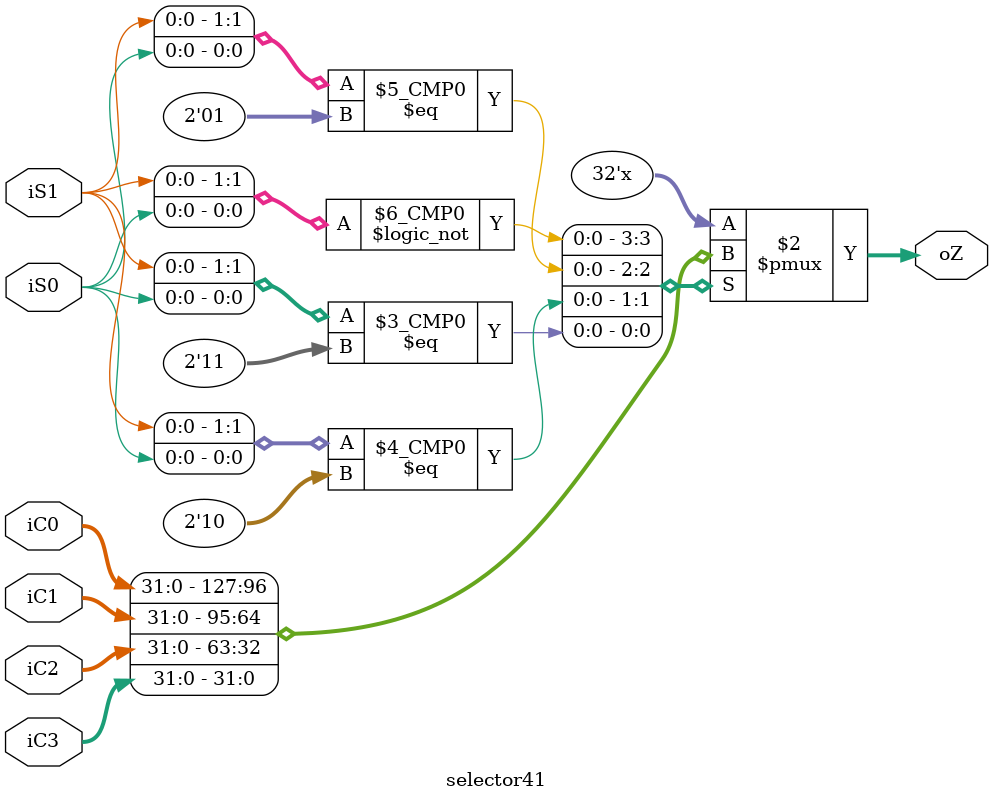
<source format=v>
`timescale 1ns / 1ps


module selector41(iC0,iC1,iC2,iC3,iS1,iS0,oZ);
    input [31:0] iC0;
    input [31:0] iC1;
    input [31:0] iC2;
    input [31:0] iC3;
    input iS1;
    input iS0;
    output [31:0]oZ;
    reg [31:0]oZ;
    always@(iC0 or iC1 or iC2 or iC3 or iS1 or iS0)
    begin
    case({iS1,iS0})
    2'b00:oZ=iC0;
    2'b01:oZ=iC1;
    2'b10:oZ=iC2;
    2'b11:oZ=iC3;
    endcase
    end
endmodule

</source>
